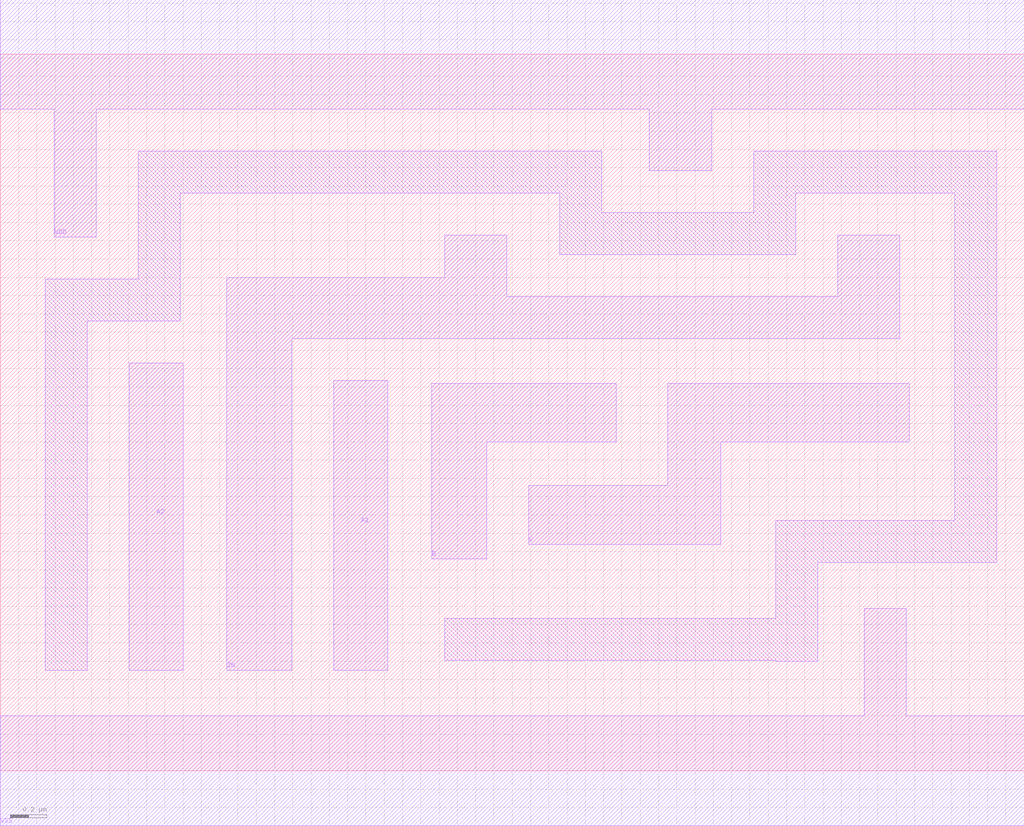
<source format=lef>
# Copyright 2022 GlobalFoundries PDK Authors
#
# Licensed under the Apache License, Version 2.0 (the "License");
# you may not use this file except in compliance with the License.
# You may obtain a copy of the License at
#
#      http://www.apache.org/licenses/LICENSE-2.0
#
# Unless required by applicable law or agreed to in writing, software
# distributed under the License is distributed on an "AS IS" BASIS,
# WITHOUT WARRANTIES OR CONDITIONS OF ANY KIND, either express or implied.
# See the License for the specific language governing permissions and
# limitations under the License.

MACRO gf180mcu_fd_sc_mcu7t5v0__oai211_1
  CLASS core ;
  FOREIGN gf180mcu_fd_sc_mcu7t5v0__oai211_1 0.0 0.0 ;
  ORIGIN 0 0 ;
  SYMMETRY X Y ;
  SITE GF018hv5v_mcu_sc7 ;
  SIZE 5.6 BY 3.92 ;
  PIN A1
    DIRECTION INPUT ;
    ANTENNAGATEAREA 1.102 ;
    PORT
      LAYER METAL1 ;
        POLYGON 1.825 0.55 2.12 0.55 2.12 2.135 1.825 2.135  ;
    END
  END A1
  PIN A2
    DIRECTION INPUT ;
    ANTENNAGATEAREA 1.102 ;
    PORT
      LAYER METAL1 ;
        POLYGON 0.705 0.55 1 0.55 1 2.23 0.705 2.23  ;
    END
  END A2
  PIN B
    DIRECTION INPUT ;
    ANTENNAGATEAREA 0.9845 ;
    PORT
      LAYER METAL1 ;
        POLYGON 2.36 1.16 2.66 1.16 2.66 1.8 3.37 1.8 3.37 2.12 2.36 2.12  ;
    END
  END B
  PIN C
    DIRECTION INPUT ;
    ANTENNAGATEAREA 0.9845 ;
    PORT
      LAYER METAL1 ;
        POLYGON 2.89 1.24 3.94 1.24 3.94 1.8 4.97 1.8 4.97 2.12 3.65 2.12 3.65 1.56 2.89 1.56  ;
    END
  END C
  PIN ZN
    DIRECTION OUTPUT ;
    ANTENNADIFFAREA 1.67285 ;
    PORT
      LAYER METAL1 ;
        POLYGON 1.24 0.55 1.595 0.55 1.595 2.365 4.92 2.365 4.92 2.93 4.58 2.93 4.58 2.595 2.77 2.595 2.77 2.93 2.43 2.93 2.43 2.7 1.24 2.7  ;
    END
  END ZN
  PIN VDD
    DIRECTION INOUT ;
    USE power ;
    SHAPE ABUTMENT ;
    PORT
      LAYER METAL1 ;
        POLYGON 0 3.62 0.295 3.62 0.295 2.92 0.525 2.92 0.525 3.62 3.55 3.62 3.55 3.285 3.89 3.285 3.89 3.62 5.45 3.62 5.6 3.62 5.6 4.22 5.45 4.22 0 4.22  ;
    END
  END VDD
  PIN VSS
    DIRECTION INOUT ;
    USE ground ;
    SHAPE ABUTMENT ;
    PORT
      LAYER METAL1 ;
        POLYGON 0 -0.3 5.6 -0.3 5.6 0.3 4.955 0.3 4.955 0.89 4.725 0.89 4.725 0.3 0 0.3  ;
    END
  END VSS
  OBS
      LAYER METAL1 ;
        POLYGON 0.245 0.55 0.475 0.55 0.475 2.46 0.985 2.46 0.985 3.16 3.06 3.16 3.06 2.825 4.35 2.825 4.35 3.16 5.22 3.16 5.22 1.37 4.24 1.37 4.24 0.835 2.43 0.835 2.43 0.605 4.24 0.605 4.24 0.6 4.47 0.6 4.47 1.14 5.45 1.14 5.45 3.39 4.12 3.39 4.12 3.055 3.29 3.055 3.29 3.39 0.755 3.39 0.755 2.69 0.245 2.69  ;
  END
END gf180mcu_fd_sc_mcu7t5v0__oai211_1

</source>
